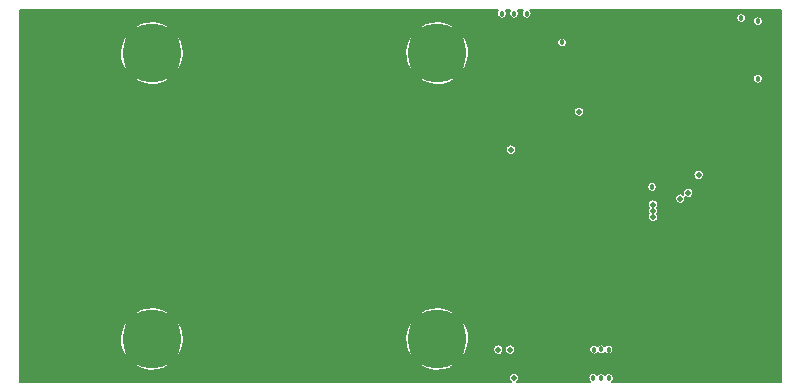
<source format=gbr>
%TF.GenerationSoftware,KiCad,Pcbnew,5.1.9-73d0e3b20d~88~ubuntu20.04.1*%
%TF.CreationDate,2021-03-21T00:06:11+05:30*%
%TF.ProjectId,kimchi-epaper-lid,6b696d63-6869-42d6-9570-617065722d6c,v0.1*%
%TF.SameCoordinates,Original*%
%TF.FileFunction,Copper,L2,Inr*%
%TF.FilePolarity,Positive*%
%FSLAX46Y46*%
G04 Gerber Fmt 4.6, Leading zero omitted, Abs format (unit mm)*
G04 Created by KiCad (PCBNEW 5.1.9-73d0e3b20d~88~ubuntu20.04.1) date 2021-03-21 00:06:11*
%MOMM*%
%LPD*%
G01*
G04 APERTURE LIST*
%TA.AperFunction,ComponentPad*%
%ADD10C,5.000000*%
%TD*%
%TA.AperFunction,ViaPad*%
%ADD11C,0.500000*%
%TD*%
%TA.AperFunction,ViaPad*%
%ADD12C,0.457200*%
%TD*%
%TA.AperFunction,Conductor*%
%ADD13C,0.127000*%
%TD*%
%TA.AperFunction,Conductor*%
%ADD14C,0.100000*%
%TD*%
G04 APERTURE END LIST*
D10*
X142600000Y-122100000D03*
X142600000Y-97900000D03*
X118450000Y-122100000D03*
X118450000Y-97900000D03*
D11*
X154492920Y-96985580D03*
X155585120Y-96995740D03*
X156677320Y-97000820D03*
X169179200Y-94656400D03*
X170380620Y-96617280D03*
X157769520Y-96998280D03*
X150423840Y-122987560D03*
X151302680Y-122992640D03*
X152181520Y-123007880D03*
X153060360Y-123000260D03*
X155557180Y-105014520D03*
X155554640Y-103884220D03*
X155790860Y-107894880D03*
X157187860Y-107892340D03*
X155562260Y-110790480D03*
X155562260Y-112015606D03*
X155562260Y-113240732D03*
X155562260Y-114465860D03*
D12*
X155887380Y-123002800D03*
X157109120Y-122992640D03*
X157129440Y-125423420D03*
X155821340Y-125390400D03*
X156498250Y-122982480D03*
X169750000Y-95200000D03*
X169750000Y-100050000D03*
X156475390Y-125406910D03*
D11*
X164729120Y-108212380D03*
X154614840Y-102860600D03*
X148846500Y-106068620D03*
D12*
X153164500Y-96995740D03*
X168335920Y-94918020D03*
X148079420Y-94549720D03*
X160797200Y-109220760D03*
X149100500Y-94549720D03*
D11*
X163169560Y-110221520D03*
D12*
X150169840Y-94549720D03*
D11*
X163857900Y-109718600D03*
X160865780Y-111246410D03*
X148773284Y-122993746D03*
X160865780Y-111776000D03*
X149097960Y-125398020D03*
X160865780Y-110716820D03*
X147772080Y-122992640D03*
D13*
X147753884Y-94282559D02*
X147708018Y-94351202D01*
X147676426Y-94427473D01*
X147660320Y-94508442D01*
X147660320Y-94590998D01*
X147676426Y-94671967D01*
X147708018Y-94748238D01*
X147753884Y-94816881D01*
X147812259Y-94875256D01*
X147880902Y-94921122D01*
X147957173Y-94952714D01*
X148038142Y-94968820D01*
X148120698Y-94968820D01*
X148201667Y-94952714D01*
X148277938Y-94921122D01*
X148346581Y-94875256D01*
X148404956Y-94816881D01*
X148450822Y-94748238D01*
X148482414Y-94671967D01*
X148498520Y-94590998D01*
X148498520Y-94508442D01*
X148482414Y-94427473D01*
X148450822Y-94351202D01*
X148404956Y-94282559D01*
X148387897Y-94265500D01*
X148792023Y-94265500D01*
X148774964Y-94282559D01*
X148729098Y-94351202D01*
X148697506Y-94427473D01*
X148681400Y-94508442D01*
X148681400Y-94590998D01*
X148697506Y-94671967D01*
X148729098Y-94748238D01*
X148774964Y-94816881D01*
X148833339Y-94875256D01*
X148901982Y-94921122D01*
X148978253Y-94952714D01*
X149059222Y-94968820D01*
X149141778Y-94968820D01*
X149222747Y-94952714D01*
X149299018Y-94921122D01*
X149367661Y-94875256D01*
X149426036Y-94816881D01*
X149471902Y-94748238D01*
X149503494Y-94671967D01*
X149519600Y-94590998D01*
X149519600Y-94508442D01*
X149503494Y-94427473D01*
X149471902Y-94351202D01*
X149426036Y-94282559D01*
X149408977Y-94265500D01*
X149861363Y-94265500D01*
X149844304Y-94282559D01*
X149798438Y-94351202D01*
X149766846Y-94427473D01*
X149750740Y-94508442D01*
X149750740Y-94590998D01*
X149766846Y-94671967D01*
X149798438Y-94748238D01*
X149844304Y-94816881D01*
X149902679Y-94875256D01*
X149971322Y-94921122D01*
X150047593Y-94952714D01*
X150128562Y-94968820D01*
X150211118Y-94968820D01*
X150292087Y-94952714D01*
X150368358Y-94921122D01*
X150434777Y-94876742D01*
X167916820Y-94876742D01*
X167916820Y-94959298D01*
X167932926Y-95040267D01*
X167964518Y-95116538D01*
X168010384Y-95185181D01*
X168068759Y-95243556D01*
X168137402Y-95289422D01*
X168213673Y-95321014D01*
X168294642Y-95337120D01*
X168377198Y-95337120D01*
X168458167Y-95321014D01*
X168534438Y-95289422D01*
X168603081Y-95243556D01*
X168661456Y-95185181D01*
X168679135Y-95158722D01*
X169330900Y-95158722D01*
X169330900Y-95241278D01*
X169347006Y-95322247D01*
X169378598Y-95398518D01*
X169424464Y-95467161D01*
X169482839Y-95525536D01*
X169551482Y-95571402D01*
X169627753Y-95602994D01*
X169708722Y-95619100D01*
X169791278Y-95619100D01*
X169872247Y-95602994D01*
X169948518Y-95571402D01*
X170017161Y-95525536D01*
X170075536Y-95467161D01*
X170121402Y-95398518D01*
X170152994Y-95322247D01*
X170169100Y-95241278D01*
X170169100Y-95158722D01*
X170152994Y-95077753D01*
X170121402Y-95001482D01*
X170075536Y-94932839D01*
X170017161Y-94874464D01*
X169948518Y-94828598D01*
X169872247Y-94797006D01*
X169791278Y-94780900D01*
X169708722Y-94780900D01*
X169627753Y-94797006D01*
X169551482Y-94828598D01*
X169482839Y-94874464D01*
X169424464Y-94932839D01*
X169378598Y-95001482D01*
X169347006Y-95077753D01*
X169330900Y-95158722D01*
X168679135Y-95158722D01*
X168707322Y-95116538D01*
X168738914Y-95040267D01*
X168755020Y-94959298D01*
X168755020Y-94876742D01*
X168738914Y-94795773D01*
X168707322Y-94719502D01*
X168661456Y-94650859D01*
X168603081Y-94592484D01*
X168534438Y-94546618D01*
X168458167Y-94515026D01*
X168377198Y-94498920D01*
X168294642Y-94498920D01*
X168213673Y-94515026D01*
X168137402Y-94546618D01*
X168068759Y-94592484D01*
X168010384Y-94650859D01*
X167964518Y-94719502D01*
X167932926Y-94795773D01*
X167916820Y-94876742D01*
X150434777Y-94876742D01*
X150437001Y-94875256D01*
X150495376Y-94816881D01*
X150541242Y-94748238D01*
X150572834Y-94671967D01*
X150588940Y-94590998D01*
X150588940Y-94508442D01*
X150572834Y-94427473D01*
X150541242Y-94351202D01*
X150495376Y-94282559D01*
X150478317Y-94265500D01*
X171734500Y-94265500D01*
X171734501Y-125734500D01*
X157411057Y-125734500D01*
X157454976Y-125690581D01*
X157500842Y-125621938D01*
X157532434Y-125545667D01*
X157548540Y-125464698D01*
X157548540Y-125382142D01*
X157532434Y-125301173D01*
X157500842Y-125224902D01*
X157454976Y-125156259D01*
X157396601Y-125097884D01*
X157327958Y-125052018D01*
X157251687Y-125020426D01*
X157170718Y-125004320D01*
X157088162Y-125004320D01*
X157007193Y-125020426D01*
X156930922Y-125052018D01*
X156862279Y-125097884D01*
X156808732Y-125151431D01*
X156800926Y-125139749D01*
X156742551Y-125081374D01*
X156673908Y-125035508D01*
X156597637Y-125003916D01*
X156516668Y-124987810D01*
X156434112Y-124987810D01*
X156353143Y-125003916D01*
X156276872Y-125035508D01*
X156208229Y-125081374D01*
X156154682Y-125134921D01*
X156146876Y-125123239D01*
X156088501Y-125064864D01*
X156019858Y-125018998D01*
X155943587Y-124987406D01*
X155862618Y-124971300D01*
X155780062Y-124971300D01*
X155699093Y-124987406D01*
X155622822Y-125018998D01*
X155554179Y-125064864D01*
X155495804Y-125123239D01*
X155449938Y-125191882D01*
X155418346Y-125268153D01*
X155402240Y-125349122D01*
X155402240Y-125431678D01*
X155418346Y-125512647D01*
X155449938Y-125588918D01*
X155495804Y-125657561D01*
X155554179Y-125715936D01*
X155581962Y-125734500D01*
X149384440Y-125734500D01*
X149440118Y-125678822D01*
X149488326Y-125606675D01*
X149521531Y-125526509D01*
X149538460Y-125441405D01*
X149538460Y-125354635D01*
X149521531Y-125269531D01*
X149488326Y-125189365D01*
X149440118Y-125117218D01*
X149378762Y-125055862D01*
X149306615Y-125007654D01*
X149226449Y-124974449D01*
X149141345Y-124957520D01*
X149054575Y-124957520D01*
X148969471Y-124974449D01*
X148889305Y-125007654D01*
X148817158Y-125055862D01*
X148755802Y-125117218D01*
X148707594Y-125189365D01*
X148674389Y-125269531D01*
X148657460Y-125354635D01*
X148657460Y-125441405D01*
X148674389Y-125526509D01*
X148707594Y-125606675D01*
X148755802Y-125678822D01*
X148811480Y-125734500D01*
X107265500Y-125734500D01*
X107265500Y-124338117D01*
X117020106Y-124338117D01*
X117359176Y-124573684D01*
X117862728Y-124738962D01*
X118388848Y-124802827D01*
X118917318Y-124762823D01*
X119427830Y-124620488D01*
X119540824Y-124573684D01*
X119879894Y-124338117D01*
X141170106Y-124338117D01*
X141509176Y-124573684D01*
X142012728Y-124738962D01*
X142538848Y-124802827D01*
X143067318Y-124762823D01*
X143577830Y-124620488D01*
X143690824Y-124573684D01*
X144029894Y-124338117D01*
X142600000Y-122908223D01*
X141170106Y-124338117D01*
X119879894Y-124338117D01*
X118450000Y-122908223D01*
X117020106Y-124338117D01*
X107265500Y-124338117D01*
X107265500Y-122038848D01*
X115747173Y-122038848D01*
X115787177Y-122567318D01*
X115929512Y-123077830D01*
X115976316Y-123190824D01*
X116211883Y-123529894D01*
X117641777Y-122100000D01*
X119258223Y-122100000D01*
X120688117Y-123529894D01*
X120923684Y-123190824D01*
X121088962Y-122687272D01*
X121152827Y-122161152D01*
X121143569Y-122038848D01*
X139897173Y-122038848D01*
X139937177Y-122567318D01*
X140079512Y-123077830D01*
X140126316Y-123190824D01*
X140361883Y-123529894D01*
X141791777Y-122100000D01*
X143408223Y-122100000D01*
X144838117Y-123529894D01*
X145073684Y-123190824D01*
X145152972Y-122949255D01*
X147331580Y-122949255D01*
X147331580Y-123036025D01*
X147348509Y-123121129D01*
X147381714Y-123201295D01*
X147429922Y-123273442D01*
X147491278Y-123334798D01*
X147563425Y-123383006D01*
X147643591Y-123416211D01*
X147728695Y-123433140D01*
X147815465Y-123433140D01*
X147900569Y-123416211D01*
X147980735Y-123383006D01*
X148052882Y-123334798D01*
X148114238Y-123273442D01*
X148162446Y-123201295D01*
X148195651Y-123121129D01*
X148212580Y-123036025D01*
X148212580Y-122950361D01*
X148332784Y-122950361D01*
X148332784Y-123037131D01*
X148349713Y-123122235D01*
X148382918Y-123202401D01*
X148431126Y-123274548D01*
X148492482Y-123335904D01*
X148564629Y-123384112D01*
X148644795Y-123417317D01*
X148729899Y-123434246D01*
X148816669Y-123434246D01*
X148901773Y-123417317D01*
X148981939Y-123384112D01*
X149054086Y-123335904D01*
X149115442Y-123274548D01*
X149163650Y-123202401D01*
X149196855Y-123122235D01*
X149213784Y-123037131D01*
X149213784Y-122961522D01*
X155468280Y-122961522D01*
X155468280Y-123044078D01*
X155484386Y-123125047D01*
X155515978Y-123201318D01*
X155561844Y-123269961D01*
X155620219Y-123328336D01*
X155688862Y-123374202D01*
X155765133Y-123405794D01*
X155846102Y-123421900D01*
X155928658Y-123421900D01*
X156009627Y-123405794D01*
X156085898Y-123374202D01*
X156154541Y-123328336D01*
X156202975Y-123279902D01*
X156231089Y-123308016D01*
X156299732Y-123353882D01*
X156376003Y-123385474D01*
X156456972Y-123401580D01*
X156539528Y-123401580D01*
X156620497Y-123385474D01*
X156696768Y-123353882D01*
X156765411Y-123308016D01*
X156798605Y-123274822D01*
X156841959Y-123318176D01*
X156910602Y-123364042D01*
X156986873Y-123395634D01*
X157067842Y-123411740D01*
X157150398Y-123411740D01*
X157231367Y-123395634D01*
X157307638Y-123364042D01*
X157376281Y-123318176D01*
X157434656Y-123259801D01*
X157480522Y-123191158D01*
X157512114Y-123114887D01*
X157528220Y-123033918D01*
X157528220Y-122951362D01*
X157512114Y-122870393D01*
X157480522Y-122794122D01*
X157434656Y-122725479D01*
X157376281Y-122667104D01*
X157307638Y-122621238D01*
X157231367Y-122589646D01*
X157150398Y-122573540D01*
X157067842Y-122573540D01*
X156986873Y-122589646D01*
X156910602Y-122621238D01*
X156841959Y-122667104D01*
X156808765Y-122700298D01*
X156765411Y-122656944D01*
X156696768Y-122611078D01*
X156620497Y-122579486D01*
X156539528Y-122563380D01*
X156456972Y-122563380D01*
X156376003Y-122579486D01*
X156299732Y-122611078D01*
X156231089Y-122656944D01*
X156182655Y-122705378D01*
X156154541Y-122677264D01*
X156085898Y-122631398D01*
X156009627Y-122599806D01*
X155928658Y-122583700D01*
X155846102Y-122583700D01*
X155765133Y-122599806D01*
X155688862Y-122631398D01*
X155620219Y-122677264D01*
X155561844Y-122735639D01*
X155515978Y-122804282D01*
X155484386Y-122880553D01*
X155468280Y-122961522D01*
X149213784Y-122961522D01*
X149213784Y-122950361D01*
X149196855Y-122865257D01*
X149163650Y-122785091D01*
X149115442Y-122712944D01*
X149054086Y-122651588D01*
X148981939Y-122603380D01*
X148901773Y-122570175D01*
X148816669Y-122553246D01*
X148729899Y-122553246D01*
X148644795Y-122570175D01*
X148564629Y-122603380D01*
X148492482Y-122651588D01*
X148431126Y-122712944D01*
X148382918Y-122785091D01*
X148349713Y-122865257D01*
X148332784Y-122950361D01*
X148212580Y-122950361D01*
X148212580Y-122949255D01*
X148195651Y-122864151D01*
X148162446Y-122783985D01*
X148114238Y-122711838D01*
X148052882Y-122650482D01*
X147980735Y-122602274D01*
X147900569Y-122569069D01*
X147815465Y-122552140D01*
X147728695Y-122552140D01*
X147643591Y-122569069D01*
X147563425Y-122602274D01*
X147491278Y-122650482D01*
X147429922Y-122711838D01*
X147381714Y-122783985D01*
X147348509Y-122864151D01*
X147331580Y-122949255D01*
X145152972Y-122949255D01*
X145238962Y-122687272D01*
X145302827Y-122161152D01*
X145262823Y-121632682D01*
X145120488Y-121122170D01*
X145073684Y-121009176D01*
X144838117Y-120670106D01*
X143408223Y-122100000D01*
X141791777Y-122100000D01*
X140361883Y-120670106D01*
X140126316Y-121009176D01*
X139961038Y-121512728D01*
X139897173Y-122038848D01*
X121143569Y-122038848D01*
X121112823Y-121632682D01*
X120970488Y-121122170D01*
X120923684Y-121009176D01*
X120688117Y-120670106D01*
X119258223Y-122100000D01*
X117641777Y-122100000D01*
X116211883Y-120670106D01*
X115976316Y-121009176D01*
X115811038Y-121512728D01*
X115747173Y-122038848D01*
X107265500Y-122038848D01*
X107265500Y-119861883D01*
X117020106Y-119861883D01*
X118450000Y-121291777D01*
X119879894Y-119861883D01*
X141170106Y-119861883D01*
X142600000Y-121291777D01*
X144029894Y-119861883D01*
X143690824Y-119626316D01*
X143187272Y-119461038D01*
X142661152Y-119397173D01*
X142132682Y-119437177D01*
X141622170Y-119579512D01*
X141509176Y-119626316D01*
X141170106Y-119861883D01*
X119879894Y-119861883D01*
X119540824Y-119626316D01*
X119037272Y-119461038D01*
X118511152Y-119397173D01*
X117982682Y-119437177D01*
X117472170Y-119579512D01*
X117359176Y-119626316D01*
X117020106Y-119861883D01*
X107265500Y-119861883D01*
X107265500Y-110673435D01*
X160425280Y-110673435D01*
X160425280Y-110760205D01*
X160442209Y-110845309D01*
X160475414Y-110925475D01*
X160512926Y-110981615D01*
X160475414Y-111037755D01*
X160442209Y-111117921D01*
X160425280Y-111203025D01*
X160425280Y-111289795D01*
X160442209Y-111374899D01*
X160475414Y-111455065D01*
X160512926Y-111511205D01*
X160475414Y-111567345D01*
X160442209Y-111647511D01*
X160425280Y-111732615D01*
X160425280Y-111819385D01*
X160442209Y-111904489D01*
X160475414Y-111984655D01*
X160523622Y-112056802D01*
X160584978Y-112118158D01*
X160657125Y-112166366D01*
X160737291Y-112199571D01*
X160822395Y-112216500D01*
X160909165Y-112216500D01*
X160994269Y-112199571D01*
X161074435Y-112166366D01*
X161146582Y-112118158D01*
X161207938Y-112056802D01*
X161256146Y-111984655D01*
X161289351Y-111904489D01*
X161306280Y-111819385D01*
X161306280Y-111732615D01*
X161289351Y-111647511D01*
X161256146Y-111567345D01*
X161218634Y-111511205D01*
X161256146Y-111455065D01*
X161289351Y-111374899D01*
X161306280Y-111289795D01*
X161306280Y-111203025D01*
X161289351Y-111117921D01*
X161256146Y-111037755D01*
X161218634Y-110981615D01*
X161256146Y-110925475D01*
X161289351Y-110845309D01*
X161306280Y-110760205D01*
X161306280Y-110673435D01*
X161289351Y-110588331D01*
X161256146Y-110508165D01*
X161207938Y-110436018D01*
X161146582Y-110374662D01*
X161074435Y-110326454D01*
X160994269Y-110293249D01*
X160909165Y-110276320D01*
X160822395Y-110276320D01*
X160737291Y-110293249D01*
X160657125Y-110326454D01*
X160584978Y-110374662D01*
X160523622Y-110436018D01*
X160475414Y-110508165D01*
X160442209Y-110588331D01*
X160425280Y-110673435D01*
X107265500Y-110673435D01*
X107265500Y-110178135D01*
X162729060Y-110178135D01*
X162729060Y-110264905D01*
X162745989Y-110350009D01*
X162779194Y-110430175D01*
X162827402Y-110502322D01*
X162888758Y-110563678D01*
X162960905Y-110611886D01*
X163041071Y-110645091D01*
X163126175Y-110662020D01*
X163212945Y-110662020D01*
X163298049Y-110645091D01*
X163378215Y-110611886D01*
X163450362Y-110563678D01*
X163511718Y-110502322D01*
X163559926Y-110430175D01*
X163593131Y-110350009D01*
X163610060Y-110264905D01*
X163610060Y-110178135D01*
X163593131Y-110093031D01*
X163580783Y-110063221D01*
X163649245Y-110108966D01*
X163729411Y-110142171D01*
X163814515Y-110159100D01*
X163901285Y-110159100D01*
X163986389Y-110142171D01*
X164066555Y-110108966D01*
X164138702Y-110060758D01*
X164200058Y-109999402D01*
X164248266Y-109927255D01*
X164281471Y-109847089D01*
X164298400Y-109761985D01*
X164298400Y-109675215D01*
X164281471Y-109590111D01*
X164248266Y-109509945D01*
X164200058Y-109437798D01*
X164138702Y-109376442D01*
X164066555Y-109328234D01*
X163986389Y-109295029D01*
X163901285Y-109278100D01*
X163814515Y-109278100D01*
X163729411Y-109295029D01*
X163649245Y-109328234D01*
X163577098Y-109376442D01*
X163515742Y-109437798D01*
X163467534Y-109509945D01*
X163434329Y-109590111D01*
X163417400Y-109675215D01*
X163417400Y-109761985D01*
X163434329Y-109847089D01*
X163446677Y-109876899D01*
X163378215Y-109831154D01*
X163298049Y-109797949D01*
X163212945Y-109781020D01*
X163126175Y-109781020D01*
X163041071Y-109797949D01*
X162960905Y-109831154D01*
X162888758Y-109879362D01*
X162827402Y-109940718D01*
X162779194Y-110012865D01*
X162745989Y-110093031D01*
X162729060Y-110178135D01*
X107265500Y-110178135D01*
X107265500Y-109179482D01*
X160378100Y-109179482D01*
X160378100Y-109262038D01*
X160394206Y-109343007D01*
X160425798Y-109419278D01*
X160471664Y-109487921D01*
X160530039Y-109546296D01*
X160598682Y-109592162D01*
X160674953Y-109623754D01*
X160755922Y-109639860D01*
X160838478Y-109639860D01*
X160919447Y-109623754D01*
X160995718Y-109592162D01*
X161064361Y-109546296D01*
X161122736Y-109487921D01*
X161168602Y-109419278D01*
X161200194Y-109343007D01*
X161216300Y-109262038D01*
X161216300Y-109179482D01*
X161200194Y-109098513D01*
X161168602Y-109022242D01*
X161122736Y-108953599D01*
X161064361Y-108895224D01*
X160995718Y-108849358D01*
X160919447Y-108817766D01*
X160838478Y-108801660D01*
X160755922Y-108801660D01*
X160674953Y-108817766D01*
X160598682Y-108849358D01*
X160530039Y-108895224D01*
X160471664Y-108953599D01*
X160425798Y-109022242D01*
X160394206Y-109098513D01*
X160378100Y-109179482D01*
X107265500Y-109179482D01*
X107265500Y-108168995D01*
X164288620Y-108168995D01*
X164288620Y-108255765D01*
X164305549Y-108340869D01*
X164338754Y-108421035D01*
X164386962Y-108493182D01*
X164448318Y-108554538D01*
X164520465Y-108602746D01*
X164600631Y-108635951D01*
X164685735Y-108652880D01*
X164772505Y-108652880D01*
X164857609Y-108635951D01*
X164937775Y-108602746D01*
X165009922Y-108554538D01*
X165071278Y-108493182D01*
X165119486Y-108421035D01*
X165152691Y-108340869D01*
X165169620Y-108255765D01*
X165169620Y-108168995D01*
X165152691Y-108083891D01*
X165119486Y-108003725D01*
X165071278Y-107931578D01*
X165009922Y-107870222D01*
X164937775Y-107822014D01*
X164857609Y-107788809D01*
X164772505Y-107771880D01*
X164685735Y-107771880D01*
X164600631Y-107788809D01*
X164520465Y-107822014D01*
X164448318Y-107870222D01*
X164386962Y-107931578D01*
X164338754Y-108003725D01*
X164305549Y-108083891D01*
X164288620Y-108168995D01*
X107265500Y-108168995D01*
X107265500Y-106025235D01*
X148406000Y-106025235D01*
X148406000Y-106112005D01*
X148422929Y-106197109D01*
X148456134Y-106277275D01*
X148504342Y-106349422D01*
X148565698Y-106410778D01*
X148637845Y-106458986D01*
X148718011Y-106492191D01*
X148803115Y-106509120D01*
X148889885Y-106509120D01*
X148974989Y-106492191D01*
X149055155Y-106458986D01*
X149127302Y-106410778D01*
X149188658Y-106349422D01*
X149236866Y-106277275D01*
X149270071Y-106197109D01*
X149287000Y-106112005D01*
X149287000Y-106025235D01*
X149270071Y-105940131D01*
X149236866Y-105859965D01*
X149188658Y-105787818D01*
X149127302Y-105726462D01*
X149055155Y-105678254D01*
X148974989Y-105645049D01*
X148889885Y-105628120D01*
X148803115Y-105628120D01*
X148718011Y-105645049D01*
X148637845Y-105678254D01*
X148565698Y-105726462D01*
X148504342Y-105787818D01*
X148456134Y-105859965D01*
X148422929Y-105940131D01*
X148406000Y-106025235D01*
X107265500Y-106025235D01*
X107265500Y-102817215D01*
X154174340Y-102817215D01*
X154174340Y-102903985D01*
X154191269Y-102989089D01*
X154224474Y-103069255D01*
X154272682Y-103141402D01*
X154334038Y-103202758D01*
X154406185Y-103250966D01*
X154486351Y-103284171D01*
X154571455Y-103301100D01*
X154658225Y-103301100D01*
X154743329Y-103284171D01*
X154823495Y-103250966D01*
X154895642Y-103202758D01*
X154956998Y-103141402D01*
X155005206Y-103069255D01*
X155038411Y-102989089D01*
X155055340Y-102903985D01*
X155055340Y-102817215D01*
X155038411Y-102732111D01*
X155005206Y-102651945D01*
X154956998Y-102579798D01*
X154895642Y-102518442D01*
X154823495Y-102470234D01*
X154743329Y-102437029D01*
X154658225Y-102420100D01*
X154571455Y-102420100D01*
X154486351Y-102437029D01*
X154406185Y-102470234D01*
X154334038Y-102518442D01*
X154272682Y-102579798D01*
X154224474Y-102651945D01*
X154191269Y-102732111D01*
X154174340Y-102817215D01*
X107265500Y-102817215D01*
X107265500Y-100138117D01*
X117020106Y-100138117D01*
X117359176Y-100373684D01*
X117862728Y-100538962D01*
X118388848Y-100602827D01*
X118917318Y-100562823D01*
X119427830Y-100420488D01*
X119540824Y-100373684D01*
X119879894Y-100138117D01*
X141170106Y-100138117D01*
X141509176Y-100373684D01*
X142012728Y-100538962D01*
X142538848Y-100602827D01*
X143067318Y-100562823D01*
X143577830Y-100420488D01*
X143690824Y-100373684D01*
X144029894Y-100138117D01*
X143900499Y-100008722D01*
X169330900Y-100008722D01*
X169330900Y-100091278D01*
X169347006Y-100172247D01*
X169378598Y-100248518D01*
X169424464Y-100317161D01*
X169482839Y-100375536D01*
X169551482Y-100421402D01*
X169627753Y-100452994D01*
X169708722Y-100469100D01*
X169791278Y-100469100D01*
X169872247Y-100452994D01*
X169948518Y-100421402D01*
X170017161Y-100375536D01*
X170075536Y-100317161D01*
X170121402Y-100248518D01*
X170152994Y-100172247D01*
X170169100Y-100091278D01*
X170169100Y-100008722D01*
X170152994Y-99927753D01*
X170121402Y-99851482D01*
X170075536Y-99782839D01*
X170017161Y-99724464D01*
X169948518Y-99678598D01*
X169872247Y-99647006D01*
X169791278Y-99630900D01*
X169708722Y-99630900D01*
X169627753Y-99647006D01*
X169551482Y-99678598D01*
X169482839Y-99724464D01*
X169424464Y-99782839D01*
X169378598Y-99851482D01*
X169347006Y-99927753D01*
X169330900Y-100008722D01*
X143900499Y-100008722D01*
X142600000Y-98708223D01*
X141170106Y-100138117D01*
X119879894Y-100138117D01*
X118450000Y-98708223D01*
X117020106Y-100138117D01*
X107265500Y-100138117D01*
X107265500Y-97838848D01*
X115747173Y-97838848D01*
X115787177Y-98367318D01*
X115929512Y-98877830D01*
X115976316Y-98990824D01*
X116211883Y-99329894D01*
X117641777Y-97900000D01*
X119258223Y-97900000D01*
X120688117Y-99329894D01*
X120923684Y-98990824D01*
X121088962Y-98487272D01*
X121152827Y-97961152D01*
X121143569Y-97838848D01*
X139897173Y-97838848D01*
X139937177Y-98367318D01*
X140079512Y-98877830D01*
X140126316Y-98990824D01*
X140361883Y-99329894D01*
X141791777Y-97900000D01*
X143408223Y-97900000D01*
X144838117Y-99329894D01*
X145073684Y-98990824D01*
X145238962Y-98487272D01*
X145302827Y-97961152D01*
X145262823Y-97432682D01*
X145129492Y-96954462D01*
X152745400Y-96954462D01*
X152745400Y-97037018D01*
X152761506Y-97117987D01*
X152793098Y-97194258D01*
X152838964Y-97262901D01*
X152897339Y-97321276D01*
X152965982Y-97367142D01*
X153042253Y-97398734D01*
X153123222Y-97414840D01*
X153205778Y-97414840D01*
X153286747Y-97398734D01*
X153363018Y-97367142D01*
X153431661Y-97321276D01*
X153490036Y-97262901D01*
X153535902Y-97194258D01*
X153567494Y-97117987D01*
X153583600Y-97037018D01*
X153583600Y-96954462D01*
X153567494Y-96873493D01*
X153535902Y-96797222D01*
X153490036Y-96728579D01*
X153431661Y-96670204D01*
X153363018Y-96624338D01*
X153286747Y-96592746D01*
X153205778Y-96576640D01*
X153123222Y-96576640D01*
X153042253Y-96592746D01*
X152965982Y-96624338D01*
X152897339Y-96670204D01*
X152838964Y-96728579D01*
X152793098Y-96797222D01*
X152761506Y-96873493D01*
X152745400Y-96954462D01*
X145129492Y-96954462D01*
X145120488Y-96922170D01*
X145073684Y-96809176D01*
X144838117Y-96470106D01*
X143408223Y-97900000D01*
X141791777Y-97900000D01*
X140361883Y-96470106D01*
X140126316Y-96809176D01*
X139961038Y-97312728D01*
X139897173Y-97838848D01*
X121143569Y-97838848D01*
X121112823Y-97432682D01*
X120970488Y-96922170D01*
X120923684Y-96809176D01*
X120688117Y-96470106D01*
X119258223Y-97900000D01*
X117641777Y-97900000D01*
X116211883Y-96470106D01*
X115976316Y-96809176D01*
X115811038Y-97312728D01*
X115747173Y-97838848D01*
X107265500Y-97838848D01*
X107265500Y-95661883D01*
X117020106Y-95661883D01*
X118450000Y-97091777D01*
X119879894Y-95661883D01*
X141170106Y-95661883D01*
X142600000Y-97091777D01*
X144029894Y-95661883D01*
X143690824Y-95426316D01*
X143187272Y-95261038D01*
X142661152Y-95197173D01*
X142132682Y-95237177D01*
X141622170Y-95379512D01*
X141509176Y-95426316D01*
X141170106Y-95661883D01*
X119879894Y-95661883D01*
X119540824Y-95426316D01*
X119037272Y-95261038D01*
X118511152Y-95197173D01*
X117982682Y-95237177D01*
X117472170Y-95379512D01*
X117359176Y-95426316D01*
X117020106Y-95661883D01*
X107265500Y-95661883D01*
X107265500Y-94265500D01*
X147770943Y-94265500D01*
X147753884Y-94282559D01*
%TA.AperFunction,Conductor*%
D14*
G36*
X147753884Y-94282559D02*
G01*
X147708018Y-94351202D01*
X147676426Y-94427473D01*
X147660320Y-94508442D01*
X147660320Y-94590998D01*
X147676426Y-94671967D01*
X147708018Y-94748238D01*
X147753884Y-94816881D01*
X147812259Y-94875256D01*
X147880902Y-94921122D01*
X147957173Y-94952714D01*
X148038142Y-94968820D01*
X148120698Y-94968820D01*
X148201667Y-94952714D01*
X148277938Y-94921122D01*
X148346581Y-94875256D01*
X148404956Y-94816881D01*
X148450822Y-94748238D01*
X148482414Y-94671967D01*
X148498520Y-94590998D01*
X148498520Y-94508442D01*
X148482414Y-94427473D01*
X148450822Y-94351202D01*
X148404956Y-94282559D01*
X148387897Y-94265500D01*
X148792023Y-94265500D01*
X148774964Y-94282559D01*
X148729098Y-94351202D01*
X148697506Y-94427473D01*
X148681400Y-94508442D01*
X148681400Y-94590998D01*
X148697506Y-94671967D01*
X148729098Y-94748238D01*
X148774964Y-94816881D01*
X148833339Y-94875256D01*
X148901982Y-94921122D01*
X148978253Y-94952714D01*
X149059222Y-94968820D01*
X149141778Y-94968820D01*
X149222747Y-94952714D01*
X149299018Y-94921122D01*
X149367661Y-94875256D01*
X149426036Y-94816881D01*
X149471902Y-94748238D01*
X149503494Y-94671967D01*
X149519600Y-94590998D01*
X149519600Y-94508442D01*
X149503494Y-94427473D01*
X149471902Y-94351202D01*
X149426036Y-94282559D01*
X149408977Y-94265500D01*
X149861363Y-94265500D01*
X149844304Y-94282559D01*
X149798438Y-94351202D01*
X149766846Y-94427473D01*
X149750740Y-94508442D01*
X149750740Y-94590998D01*
X149766846Y-94671967D01*
X149798438Y-94748238D01*
X149844304Y-94816881D01*
X149902679Y-94875256D01*
X149971322Y-94921122D01*
X150047593Y-94952714D01*
X150128562Y-94968820D01*
X150211118Y-94968820D01*
X150292087Y-94952714D01*
X150368358Y-94921122D01*
X150434777Y-94876742D01*
X167916820Y-94876742D01*
X167916820Y-94959298D01*
X167932926Y-95040267D01*
X167964518Y-95116538D01*
X168010384Y-95185181D01*
X168068759Y-95243556D01*
X168137402Y-95289422D01*
X168213673Y-95321014D01*
X168294642Y-95337120D01*
X168377198Y-95337120D01*
X168458167Y-95321014D01*
X168534438Y-95289422D01*
X168603081Y-95243556D01*
X168661456Y-95185181D01*
X168679135Y-95158722D01*
X169330900Y-95158722D01*
X169330900Y-95241278D01*
X169347006Y-95322247D01*
X169378598Y-95398518D01*
X169424464Y-95467161D01*
X169482839Y-95525536D01*
X169551482Y-95571402D01*
X169627753Y-95602994D01*
X169708722Y-95619100D01*
X169791278Y-95619100D01*
X169872247Y-95602994D01*
X169948518Y-95571402D01*
X170017161Y-95525536D01*
X170075536Y-95467161D01*
X170121402Y-95398518D01*
X170152994Y-95322247D01*
X170169100Y-95241278D01*
X170169100Y-95158722D01*
X170152994Y-95077753D01*
X170121402Y-95001482D01*
X170075536Y-94932839D01*
X170017161Y-94874464D01*
X169948518Y-94828598D01*
X169872247Y-94797006D01*
X169791278Y-94780900D01*
X169708722Y-94780900D01*
X169627753Y-94797006D01*
X169551482Y-94828598D01*
X169482839Y-94874464D01*
X169424464Y-94932839D01*
X169378598Y-95001482D01*
X169347006Y-95077753D01*
X169330900Y-95158722D01*
X168679135Y-95158722D01*
X168707322Y-95116538D01*
X168738914Y-95040267D01*
X168755020Y-94959298D01*
X168755020Y-94876742D01*
X168738914Y-94795773D01*
X168707322Y-94719502D01*
X168661456Y-94650859D01*
X168603081Y-94592484D01*
X168534438Y-94546618D01*
X168458167Y-94515026D01*
X168377198Y-94498920D01*
X168294642Y-94498920D01*
X168213673Y-94515026D01*
X168137402Y-94546618D01*
X168068759Y-94592484D01*
X168010384Y-94650859D01*
X167964518Y-94719502D01*
X167932926Y-94795773D01*
X167916820Y-94876742D01*
X150434777Y-94876742D01*
X150437001Y-94875256D01*
X150495376Y-94816881D01*
X150541242Y-94748238D01*
X150572834Y-94671967D01*
X150588940Y-94590998D01*
X150588940Y-94508442D01*
X150572834Y-94427473D01*
X150541242Y-94351202D01*
X150495376Y-94282559D01*
X150478317Y-94265500D01*
X171734500Y-94265500D01*
X171734501Y-125734500D01*
X157411057Y-125734500D01*
X157454976Y-125690581D01*
X157500842Y-125621938D01*
X157532434Y-125545667D01*
X157548540Y-125464698D01*
X157548540Y-125382142D01*
X157532434Y-125301173D01*
X157500842Y-125224902D01*
X157454976Y-125156259D01*
X157396601Y-125097884D01*
X157327958Y-125052018D01*
X157251687Y-125020426D01*
X157170718Y-125004320D01*
X157088162Y-125004320D01*
X157007193Y-125020426D01*
X156930922Y-125052018D01*
X156862279Y-125097884D01*
X156808732Y-125151431D01*
X156800926Y-125139749D01*
X156742551Y-125081374D01*
X156673908Y-125035508D01*
X156597637Y-125003916D01*
X156516668Y-124987810D01*
X156434112Y-124987810D01*
X156353143Y-125003916D01*
X156276872Y-125035508D01*
X156208229Y-125081374D01*
X156154682Y-125134921D01*
X156146876Y-125123239D01*
X156088501Y-125064864D01*
X156019858Y-125018998D01*
X155943587Y-124987406D01*
X155862618Y-124971300D01*
X155780062Y-124971300D01*
X155699093Y-124987406D01*
X155622822Y-125018998D01*
X155554179Y-125064864D01*
X155495804Y-125123239D01*
X155449938Y-125191882D01*
X155418346Y-125268153D01*
X155402240Y-125349122D01*
X155402240Y-125431678D01*
X155418346Y-125512647D01*
X155449938Y-125588918D01*
X155495804Y-125657561D01*
X155554179Y-125715936D01*
X155581962Y-125734500D01*
X149384440Y-125734500D01*
X149440118Y-125678822D01*
X149488326Y-125606675D01*
X149521531Y-125526509D01*
X149538460Y-125441405D01*
X149538460Y-125354635D01*
X149521531Y-125269531D01*
X149488326Y-125189365D01*
X149440118Y-125117218D01*
X149378762Y-125055862D01*
X149306615Y-125007654D01*
X149226449Y-124974449D01*
X149141345Y-124957520D01*
X149054575Y-124957520D01*
X148969471Y-124974449D01*
X148889305Y-125007654D01*
X148817158Y-125055862D01*
X148755802Y-125117218D01*
X148707594Y-125189365D01*
X148674389Y-125269531D01*
X148657460Y-125354635D01*
X148657460Y-125441405D01*
X148674389Y-125526509D01*
X148707594Y-125606675D01*
X148755802Y-125678822D01*
X148811480Y-125734500D01*
X107265500Y-125734500D01*
X107265500Y-124338117D01*
X117020106Y-124338117D01*
X117359176Y-124573684D01*
X117862728Y-124738962D01*
X118388848Y-124802827D01*
X118917318Y-124762823D01*
X119427830Y-124620488D01*
X119540824Y-124573684D01*
X119879894Y-124338117D01*
X141170106Y-124338117D01*
X141509176Y-124573684D01*
X142012728Y-124738962D01*
X142538848Y-124802827D01*
X143067318Y-124762823D01*
X143577830Y-124620488D01*
X143690824Y-124573684D01*
X144029894Y-124338117D01*
X142600000Y-122908223D01*
X141170106Y-124338117D01*
X119879894Y-124338117D01*
X118450000Y-122908223D01*
X117020106Y-124338117D01*
X107265500Y-124338117D01*
X107265500Y-122038848D01*
X115747173Y-122038848D01*
X115787177Y-122567318D01*
X115929512Y-123077830D01*
X115976316Y-123190824D01*
X116211883Y-123529894D01*
X117641777Y-122100000D01*
X119258223Y-122100000D01*
X120688117Y-123529894D01*
X120923684Y-123190824D01*
X121088962Y-122687272D01*
X121152827Y-122161152D01*
X121143569Y-122038848D01*
X139897173Y-122038848D01*
X139937177Y-122567318D01*
X140079512Y-123077830D01*
X140126316Y-123190824D01*
X140361883Y-123529894D01*
X141791777Y-122100000D01*
X143408223Y-122100000D01*
X144838117Y-123529894D01*
X145073684Y-123190824D01*
X145152972Y-122949255D01*
X147331580Y-122949255D01*
X147331580Y-123036025D01*
X147348509Y-123121129D01*
X147381714Y-123201295D01*
X147429922Y-123273442D01*
X147491278Y-123334798D01*
X147563425Y-123383006D01*
X147643591Y-123416211D01*
X147728695Y-123433140D01*
X147815465Y-123433140D01*
X147900569Y-123416211D01*
X147980735Y-123383006D01*
X148052882Y-123334798D01*
X148114238Y-123273442D01*
X148162446Y-123201295D01*
X148195651Y-123121129D01*
X148212580Y-123036025D01*
X148212580Y-122950361D01*
X148332784Y-122950361D01*
X148332784Y-123037131D01*
X148349713Y-123122235D01*
X148382918Y-123202401D01*
X148431126Y-123274548D01*
X148492482Y-123335904D01*
X148564629Y-123384112D01*
X148644795Y-123417317D01*
X148729899Y-123434246D01*
X148816669Y-123434246D01*
X148901773Y-123417317D01*
X148981939Y-123384112D01*
X149054086Y-123335904D01*
X149115442Y-123274548D01*
X149163650Y-123202401D01*
X149196855Y-123122235D01*
X149213784Y-123037131D01*
X149213784Y-122961522D01*
X155468280Y-122961522D01*
X155468280Y-123044078D01*
X155484386Y-123125047D01*
X155515978Y-123201318D01*
X155561844Y-123269961D01*
X155620219Y-123328336D01*
X155688862Y-123374202D01*
X155765133Y-123405794D01*
X155846102Y-123421900D01*
X155928658Y-123421900D01*
X156009627Y-123405794D01*
X156085898Y-123374202D01*
X156154541Y-123328336D01*
X156202975Y-123279902D01*
X156231089Y-123308016D01*
X156299732Y-123353882D01*
X156376003Y-123385474D01*
X156456972Y-123401580D01*
X156539528Y-123401580D01*
X156620497Y-123385474D01*
X156696768Y-123353882D01*
X156765411Y-123308016D01*
X156798605Y-123274822D01*
X156841959Y-123318176D01*
X156910602Y-123364042D01*
X156986873Y-123395634D01*
X157067842Y-123411740D01*
X157150398Y-123411740D01*
X157231367Y-123395634D01*
X157307638Y-123364042D01*
X157376281Y-123318176D01*
X157434656Y-123259801D01*
X157480522Y-123191158D01*
X157512114Y-123114887D01*
X157528220Y-123033918D01*
X157528220Y-122951362D01*
X157512114Y-122870393D01*
X157480522Y-122794122D01*
X157434656Y-122725479D01*
X157376281Y-122667104D01*
X157307638Y-122621238D01*
X157231367Y-122589646D01*
X157150398Y-122573540D01*
X157067842Y-122573540D01*
X156986873Y-122589646D01*
X156910602Y-122621238D01*
X156841959Y-122667104D01*
X156808765Y-122700298D01*
X156765411Y-122656944D01*
X156696768Y-122611078D01*
X156620497Y-122579486D01*
X156539528Y-122563380D01*
X156456972Y-122563380D01*
X156376003Y-122579486D01*
X156299732Y-122611078D01*
X156231089Y-122656944D01*
X156182655Y-122705378D01*
X156154541Y-122677264D01*
X156085898Y-122631398D01*
X156009627Y-122599806D01*
X155928658Y-122583700D01*
X155846102Y-122583700D01*
X155765133Y-122599806D01*
X155688862Y-122631398D01*
X155620219Y-122677264D01*
X155561844Y-122735639D01*
X155515978Y-122804282D01*
X155484386Y-122880553D01*
X155468280Y-122961522D01*
X149213784Y-122961522D01*
X149213784Y-122950361D01*
X149196855Y-122865257D01*
X149163650Y-122785091D01*
X149115442Y-122712944D01*
X149054086Y-122651588D01*
X148981939Y-122603380D01*
X148901773Y-122570175D01*
X148816669Y-122553246D01*
X148729899Y-122553246D01*
X148644795Y-122570175D01*
X148564629Y-122603380D01*
X148492482Y-122651588D01*
X148431126Y-122712944D01*
X148382918Y-122785091D01*
X148349713Y-122865257D01*
X148332784Y-122950361D01*
X148212580Y-122950361D01*
X148212580Y-122949255D01*
X148195651Y-122864151D01*
X148162446Y-122783985D01*
X148114238Y-122711838D01*
X148052882Y-122650482D01*
X147980735Y-122602274D01*
X147900569Y-122569069D01*
X147815465Y-122552140D01*
X147728695Y-122552140D01*
X147643591Y-122569069D01*
X147563425Y-122602274D01*
X147491278Y-122650482D01*
X147429922Y-122711838D01*
X147381714Y-122783985D01*
X147348509Y-122864151D01*
X147331580Y-122949255D01*
X145152972Y-122949255D01*
X145238962Y-122687272D01*
X145302827Y-122161152D01*
X145262823Y-121632682D01*
X145120488Y-121122170D01*
X145073684Y-121009176D01*
X144838117Y-120670106D01*
X143408223Y-122100000D01*
X141791777Y-122100000D01*
X140361883Y-120670106D01*
X140126316Y-121009176D01*
X139961038Y-121512728D01*
X139897173Y-122038848D01*
X121143569Y-122038848D01*
X121112823Y-121632682D01*
X120970488Y-121122170D01*
X120923684Y-121009176D01*
X120688117Y-120670106D01*
X119258223Y-122100000D01*
X117641777Y-122100000D01*
X116211883Y-120670106D01*
X115976316Y-121009176D01*
X115811038Y-121512728D01*
X115747173Y-122038848D01*
X107265500Y-122038848D01*
X107265500Y-119861883D01*
X117020106Y-119861883D01*
X118450000Y-121291777D01*
X119879894Y-119861883D01*
X141170106Y-119861883D01*
X142600000Y-121291777D01*
X144029894Y-119861883D01*
X143690824Y-119626316D01*
X143187272Y-119461038D01*
X142661152Y-119397173D01*
X142132682Y-119437177D01*
X141622170Y-119579512D01*
X141509176Y-119626316D01*
X141170106Y-119861883D01*
X119879894Y-119861883D01*
X119540824Y-119626316D01*
X119037272Y-119461038D01*
X118511152Y-119397173D01*
X117982682Y-119437177D01*
X117472170Y-119579512D01*
X117359176Y-119626316D01*
X117020106Y-119861883D01*
X107265500Y-119861883D01*
X107265500Y-110673435D01*
X160425280Y-110673435D01*
X160425280Y-110760205D01*
X160442209Y-110845309D01*
X160475414Y-110925475D01*
X160512926Y-110981615D01*
X160475414Y-111037755D01*
X160442209Y-111117921D01*
X160425280Y-111203025D01*
X160425280Y-111289795D01*
X160442209Y-111374899D01*
X160475414Y-111455065D01*
X160512926Y-111511205D01*
X160475414Y-111567345D01*
X160442209Y-111647511D01*
X160425280Y-111732615D01*
X160425280Y-111819385D01*
X160442209Y-111904489D01*
X160475414Y-111984655D01*
X160523622Y-112056802D01*
X160584978Y-112118158D01*
X160657125Y-112166366D01*
X160737291Y-112199571D01*
X160822395Y-112216500D01*
X160909165Y-112216500D01*
X160994269Y-112199571D01*
X161074435Y-112166366D01*
X161146582Y-112118158D01*
X161207938Y-112056802D01*
X161256146Y-111984655D01*
X161289351Y-111904489D01*
X161306280Y-111819385D01*
X161306280Y-111732615D01*
X161289351Y-111647511D01*
X161256146Y-111567345D01*
X161218634Y-111511205D01*
X161256146Y-111455065D01*
X161289351Y-111374899D01*
X161306280Y-111289795D01*
X161306280Y-111203025D01*
X161289351Y-111117921D01*
X161256146Y-111037755D01*
X161218634Y-110981615D01*
X161256146Y-110925475D01*
X161289351Y-110845309D01*
X161306280Y-110760205D01*
X161306280Y-110673435D01*
X161289351Y-110588331D01*
X161256146Y-110508165D01*
X161207938Y-110436018D01*
X161146582Y-110374662D01*
X161074435Y-110326454D01*
X160994269Y-110293249D01*
X160909165Y-110276320D01*
X160822395Y-110276320D01*
X160737291Y-110293249D01*
X160657125Y-110326454D01*
X160584978Y-110374662D01*
X160523622Y-110436018D01*
X160475414Y-110508165D01*
X160442209Y-110588331D01*
X160425280Y-110673435D01*
X107265500Y-110673435D01*
X107265500Y-110178135D01*
X162729060Y-110178135D01*
X162729060Y-110264905D01*
X162745989Y-110350009D01*
X162779194Y-110430175D01*
X162827402Y-110502322D01*
X162888758Y-110563678D01*
X162960905Y-110611886D01*
X163041071Y-110645091D01*
X163126175Y-110662020D01*
X163212945Y-110662020D01*
X163298049Y-110645091D01*
X163378215Y-110611886D01*
X163450362Y-110563678D01*
X163511718Y-110502322D01*
X163559926Y-110430175D01*
X163593131Y-110350009D01*
X163610060Y-110264905D01*
X163610060Y-110178135D01*
X163593131Y-110093031D01*
X163580783Y-110063221D01*
X163649245Y-110108966D01*
X163729411Y-110142171D01*
X163814515Y-110159100D01*
X163901285Y-110159100D01*
X163986389Y-110142171D01*
X164066555Y-110108966D01*
X164138702Y-110060758D01*
X164200058Y-109999402D01*
X164248266Y-109927255D01*
X164281471Y-109847089D01*
X164298400Y-109761985D01*
X164298400Y-109675215D01*
X164281471Y-109590111D01*
X164248266Y-109509945D01*
X164200058Y-109437798D01*
X164138702Y-109376442D01*
X164066555Y-109328234D01*
X163986389Y-109295029D01*
X163901285Y-109278100D01*
X163814515Y-109278100D01*
X163729411Y-109295029D01*
X163649245Y-109328234D01*
X163577098Y-109376442D01*
X163515742Y-109437798D01*
X163467534Y-109509945D01*
X163434329Y-109590111D01*
X163417400Y-109675215D01*
X163417400Y-109761985D01*
X163434329Y-109847089D01*
X163446677Y-109876899D01*
X163378215Y-109831154D01*
X163298049Y-109797949D01*
X163212945Y-109781020D01*
X163126175Y-109781020D01*
X163041071Y-109797949D01*
X162960905Y-109831154D01*
X162888758Y-109879362D01*
X162827402Y-109940718D01*
X162779194Y-110012865D01*
X162745989Y-110093031D01*
X162729060Y-110178135D01*
X107265500Y-110178135D01*
X107265500Y-109179482D01*
X160378100Y-109179482D01*
X160378100Y-109262038D01*
X160394206Y-109343007D01*
X160425798Y-109419278D01*
X160471664Y-109487921D01*
X160530039Y-109546296D01*
X160598682Y-109592162D01*
X160674953Y-109623754D01*
X160755922Y-109639860D01*
X160838478Y-109639860D01*
X160919447Y-109623754D01*
X160995718Y-109592162D01*
X161064361Y-109546296D01*
X161122736Y-109487921D01*
X161168602Y-109419278D01*
X161200194Y-109343007D01*
X161216300Y-109262038D01*
X161216300Y-109179482D01*
X161200194Y-109098513D01*
X161168602Y-109022242D01*
X161122736Y-108953599D01*
X161064361Y-108895224D01*
X160995718Y-108849358D01*
X160919447Y-108817766D01*
X160838478Y-108801660D01*
X160755922Y-108801660D01*
X160674953Y-108817766D01*
X160598682Y-108849358D01*
X160530039Y-108895224D01*
X160471664Y-108953599D01*
X160425798Y-109022242D01*
X160394206Y-109098513D01*
X160378100Y-109179482D01*
X107265500Y-109179482D01*
X107265500Y-108168995D01*
X164288620Y-108168995D01*
X164288620Y-108255765D01*
X164305549Y-108340869D01*
X164338754Y-108421035D01*
X164386962Y-108493182D01*
X164448318Y-108554538D01*
X164520465Y-108602746D01*
X164600631Y-108635951D01*
X164685735Y-108652880D01*
X164772505Y-108652880D01*
X164857609Y-108635951D01*
X164937775Y-108602746D01*
X165009922Y-108554538D01*
X165071278Y-108493182D01*
X165119486Y-108421035D01*
X165152691Y-108340869D01*
X165169620Y-108255765D01*
X165169620Y-108168995D01*
X165152691Y-108083891D01*
X165119486Y-108003725D01*
X165071278Y-107931578D01*
X165009922Y-107870222D01*
X164937775Y-107822014D01*
X164857609Y-107788809D01*
X164772505Y-107771880D01*
X164685735Y-107771880D01*
X164600631Y-107788809D01*
X164520465Y-107822014D01*
X164448318Y-107870222D01*
X164386962Y-107931578D01*
X164338754Y-108003725D01*
X164305549Y-108083891D01*
X164288620Y-108168995D01*
X107265500Y-108168995D01*
X107265500Y-106025235D01*
X148406000Y-106025235D01*
X148406000Y-106112005D01*
X148422929Y-106197109D01*
X148456134Y-106277275D01*
X148504342Y-106349422D01*
X148565698Y-106410778D01*
X148637845Y-106458986D01*
X148718011Y-106492191D01*
X148803115Y-106509120D01*
X148889885Y-106509120D01*
X148974989Y-106492191D01*
X149055155Y-106458986D01*
X149127302Y-106410778D01*
X149188658Y-106349422D01*
X149236866Y-106277275D01*
X149270071Y-106197109D01*
X149287000Y-106112005D01*
X149287000Y-106025235D01*
X149270071Y-105940131D01*
X149236866Y-105859965D01*
X149188658Y-105787818D01*
X149127302Y-105726462D01*
X149055155Y-105678254D01*
X148974989Y-105645049D01*
X148889885Y-105628120D01*
X148803115Y-105628120D01*
X148718011Y-105645049D01*
X148637845Y-105678254D01*
X148565698Y-105726462D01*
X148504342Y-105787818D01*
X148456134Y-105859965D01*
X148422929Y-105940131D01*
X148406000Y-106025235D01*
X107265500Y-106025235D01*
X107265500Y-102817215D01*
X154174340Y-102817215D01*
X154174340Y-102903985D01*
X154191269Y-102989089D01*
X154224474Y-103069255D01*
X154272682Y-103141402D01*
X154334038Y-103202758D01*
X154406185Y-103250966D01*
X154486351Y-103284171D01*
X154571455Y-103301100D01*
X154658225Y-103301100D01*
X154743329Y-103284171D01*
X154823495Y-103250966D01*
X154895642Y-103202758D01*
X154956998Y-103141402D01*
X155005206Y-103069255D01*
X155038411Y-102989089D01*
X155055340Y-102903985D01*
X155055340Y-102817215D01*
X155038411Y-102732111D01*
X155005206Y-102651945D01*
X154956998Y-102579798D01*
X154895642Y-102518442D01*
X154823495Y-102470234D01*
X154743329Y-102437029D01*
X154658225Y-102420100D01*
X154571455Y-102420100D01*
X154486351Y-102437029D01*
X154406185Y-102470234D01*
X154334038Y-102518442D01*
X154272682Y-102579798D01*
X154224474Y-102651945D01*
X154191269Y-102732111D01*
X154174340Y-102817215D01*
X107265500Y-102817215D01*
X107265500Y-100138117D01*
X117020106Y-100138117D01*
X117359176Y-100373684D01*
X117862728Y-100538962D01*
X118388848Y-100602827D01*
X118917318Y-100562823D01*
X119427830Y-100420488D01*
X119540824Y-100373684D01*
X119879894Y-100138117D01*
X141170106Y-100138117D01*
X141509176Y-100373684D01*
X142012728Y-100538962D01*
X142538848Y-100602827D01*
X143067318Y-100562823D01*
X143577830Y-100420488D01*
X143690824Y-100373684D01*
X144029894Y-100138117D01*
X143900499Y-100008722D01*
X169330900Y-100008722D01*
X169330900Y-100091278D01*
X169347006Y-100172247D01*
X169378598Y-100248518D01*
X169424464Y-100317161D01*
X169482839Y-100375536D01*
X169551482Y-100421402D01*
X169627753Y-100452994D01*
X169708722Y-100469100D01*
X169791278Y-100469100D01*
X169872247Y-100452994D01*
X169948518Y-100421402D01*
X170017161Y-100375536D01*
X170075536Y-100317161D01*
X170121402Y-100248518D01*
X170152994Y-100172247D01*
X170169100Y-100091278D01*
X170169100Y-100008722D01*
X170152994Y-99927753D01*
X170121402Y-99851482D01*
X170075536Y-99782839D01*
X170017161Y-99724464D01*
X169948518Y-99678598D01*
X169872247Y-99647006D01*
X169791278Y-99630900D01*
X169708722Y-99630900D01*
X169627753Y-99647006D01*
X169551482Y-99678598D01*
X169482839Y-99724464D01*
X169424464Y-99782839D01*
X169378598Y-99851482D01*
X169347006Y-99927753D01*
X169330900Y-100008722D01*
X143900499Y-100008722D01*
X142600000Y-98708223D01*
X141170106Y-100138117D01*
X119879894Y-100138117D01*
X118450000Y-98708223D01*
X117020106Y-100138117D01*
X107265500Y-100138117D01*
X107265500Y-97838848D01*
X115747173Y-97838848D01*
X115787177Y-98367318D01*
X115929512Y-98877830D01*
X115976316Y-98990824D01*
X116211883Y-99329894D01*
X117641777Y-97900000D01*
X119258223Y-97900000D01*
X120688117Y-99329894D01*
X120923684Y-98990824D01*
X121088962Y-98487272D01*
X121152827Y-97961152D01*
X121143569Y-97838848D01*
X139897173Y-97838848D01*
X139937177Y-98367318D01*
X140079512Y-98877830D01*
X140126316Y-98990824D01*
X140361883Y-99329894D01*
X141791777Y-97900000D01*
X143408223Y-97900000D01*
X144838117Y-99329894D01*
X145073684Y-98990824D01*
X145238962Y-98487272D01*
X145302827Y-97961152D01*
X145262823Y-97432682D01*
X145129492Y-96954462D01*
X152745400Y-96954462D01*
X152745400Y-97037018D01*
X152761506Y-97117987D01*
X152793098Y-97194258D01*
X152838964Y-97262901D01*
X152897339Y-97321276D01*
X152965982Y-97367142D01*
X153042253Y-97398734D01*
X153123222Y-97414840D01*
X153205778Y-97414840D01*
X153286747Y-97398734D01*
X153363018Y-97367142D01*
X153431661Y-97321276D01*
X153490036Y-97262901D01*
X153535902Y-97194258D01*
X153567494Y-97117987D01*
X153583600Y-97037018D01*
X153583600Y-96954462D01*
X153567494Y-96873493D01*
X153535902Y-96797222D01*
X153490036Y-96728579D01*
X153431661Y-96670204D01*
X153363018Y-96624338D01*
X153286747Y-96592746D01*
X153205778Y-96576640D01*
X153123222Y-96576640D01*
X153042253Y-96592746D01*
X152965982Y-96624338D01*
X152897339Y-96670204D01*
X152838964Y-96728579D01*
X152793098Y-96797222D01*
X152761506Y-96873493D01*
X152745400Y-96954462D01*
X145129492Y-96954462D01*
X145120488Y-96922170D01*
X145073684Y-96809176D01*
X144838117Y-96470106D01*
X143408223Y-97900000D01*
X141791777Y-97900000D01*
X140361883Y-96470106D01*
X140126316Y-96809176D01*
X139961038Y-97312728D01*
X139897173Y-97838848D01*
X121143569Y-97838848D01*
X121112823Y-97432682D01*
X120970488Y-96922170D01*
X120923684Y-96809176D01*
X120688117Y-96470106D01*
X119258223Y-97900000D01*
X117641777Y-97900000D01*
X116211883Y-96470106D01*
X115976316Y-96809176D01*
X115811038Y-97312728D01*
X115747173Y-97838848D01*
X107265500Y-97838848D01*
X107265500Y-95661883D01*
X117020106Y-95661883D01*
X118450000Y-97091777D01*
X119879894Y-95661883D01*
X141170106Y-95661883D01*
X142600000Y-97091777D01*
X144029894Y-95661883D01*
X143690824Y-95426316D01*
X143187272Y-95261038D01*
X142661152Y-95197173D01*
X142132682Y-95237177D01*
X141622170Y-95379512D01*
X141509176Y-95426316D01*
X141170106Y-95661883D01*
X119879894Y-95661883D01*
X119540824Y-95426316D01*
X119037272Y-95261038D01*
X118511152Y-95197173D01*
X117982682Y-95237177D01*
X117472170Y-95379512D01*
X117359176Y-95426316D01*
X117020106Y-95661883D01*
X107265500Y-95661883D01*
X107265500Y-94265500D01*
X147770943Y-94265500D01*
X147753884Y-94282559D01*
G37*
%TD.AperFunction*%
M02*

</source>
